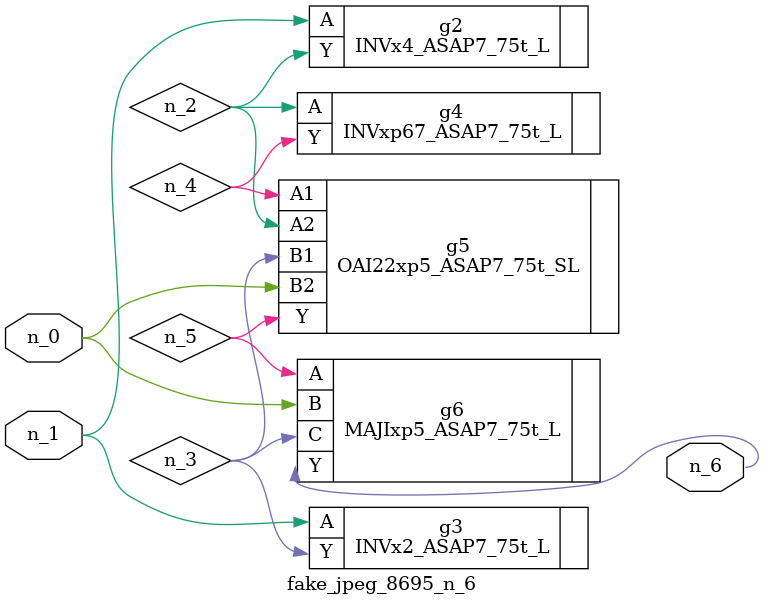
<source format=v>
module fake_jpeg_8695_n_6 (n_0, n_1, n_6);

input n_0;
input n_1;

output n_6;

wire n_2;
wire n_3;
wire n_4;
wire n_5;

INVx4_ASAP7_75t_L g2 ( 
.A(n_1),
.Y(n_2)
);

INVx2_ASAP7_75t_L g3 ( 
.A(n_1),
.Y(n_3)
);

INVxp67_ASAP7_75t_L g4 ( 
.A(n_2),
.Y(n_4)
);

OAI22xp5_ASAP7_75t_SL g5 ( 
.A1(n_4),
.A2(n_2),
.B1(n_3),
.B2(n_0),
.Y(n_5)
);

MAJIxp5_ASAP7_75t_L g6 ( 
.A(n_5),
.B(n_0),
.C(n_3),
.Y(n_6)
);


endmodule
</source>
